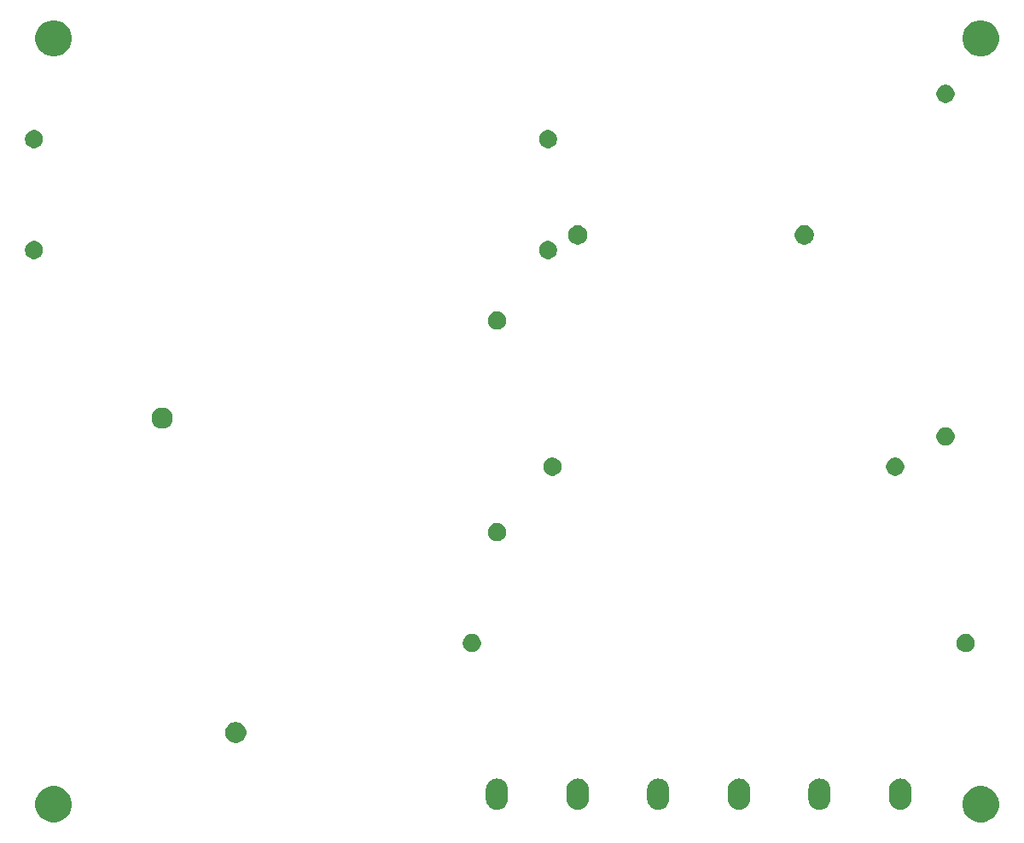
<source format=gbr>
G04 #@! TF.GenerationSoftware,KiCad,Pcbnew,(5.1.2)-2*
G04 #@! TF.CreationDate,2019-07-23T23:47:40+01:00*
G04 #@! TF.ProjectId,crossover,63726f73-736f-4766-9572-2e6b69636164,rev?*
G04 #@! TF.SameCoordinates,PX30a32c0PY7829b80*
G04 #@! TF.FileFunction,Soldermask,Bot*
G04 #@! TF.FilePolarity,Negative*
%FSLAX46Y46*%
G04 Gerber Fmt 4.6, Leading zero omitted, Abs format (unit mm)*
G04 Created by KiCad (PCBNEW (5.1.2)-2) date 2019-07-23 23:47:40*
%MOMM*%
%LPD*%
G04 APERTURE LIST*
%ADD10C,0.100000*%
G04 APERTURE END LIST*
D10*
G36*
X96525331Y5731789D02*
G01*
X96853092Y5596026D01*
X97148070Y5398928D01*
X97398928Y5148070D01*
X97596026Y4853092D01*
X97731789Y4525331D01*
X97801000Y4177384D01*
X97801000Y3822616D01*
X97731789Y3474669D01*
X97596026Y3146908D01*
X97398928Y2851930D01*
X97148070Y2601072D01*
X96853092Y2403974D01*
X96525331Y2268211D01*
X96177384Y2199000D01*
X95822616Y2199000D01*
X95474669Y2268211D01*
X95146908Y2403974D01*
X94851930Y2601072D01*
X94601072Y2851930D01*
X94403974Y3146908D01*
X94268211Y3474669D01*
X94199000Y3822616D01*
X94199000Y4177384D01*
X94268211Y4525331D01*
X94403974Y4853092D01*
X94601072Y5148070D01*
X94851930Y5398928D01*
X95146908Y5596026D01*
X95474669Y5731789D01*
X95822616Y5801000D01*
X96177384Y5801000D01*
X96525331Y5731789D01*
X96525331Y5731789D01*
G37*
G36*
X4525331Y5731789D02*
G01*
X4853092Y5596026D01*
X5148070Y5398928D01*
X5398928Y5148070D01*
X5596026Y4853092D01*
X5731789Y4525331D01*
X5801000Y4177384D01*
X5801000Y3822616D01*
X5731789Y3474669D01*
X5596026Y3146908D01*
X5398928Y2851930D01*
X5148070Y2601072D01*
X4853092Y2403974D01*
X4525331Y2268211D01*
X4177384Y2199000D01*
X3822616Y2199000D01*
X3474669Y2268211D01*
X3146908Y2403974D01*
X2851930Y2601072D01*
X2601072Y2851930D01*
X2403974Y3146908D01*
X2268211Y3474669D01*
X2199000Y3822616D01*
X2199000Y4177384D01*
X2268211Y4525331D01*
X2403974Y4853092D01*
X2601072Y5148070D01*
X2851930Y5398928D01*
X3146908Y5596026D01*
X3474669Y5731789D01*
X3822616Y5801000D01*
X4177384Y5801000D01*
X4525331Y5731789D01*
X4525331Y5731789D01*
G37*
G36*
X72215831Y6535070D02*
G01*
X72423375Y6472112D01*
X72595011Y6380370D01*
X72614642Y6369877D01*
X72658313Y6334037D01*
X72782292Y6232292D01*
X72919878Y6064641D01*
X73022112Y5873376D01*
X73085070Y5665832D01*
X73101000Y5504089D01*
X73101000Y4495912D01*
X73085070Y4334168D01*
X73022112Y4126624D01*
X72919878Y3935359D01*
X72782292Y3767708D01*
X72614641Y3630122D01*
X72423376Y3527888D01*
X72215832Y3464930D01*
X72000000Y3443673D01*
X71784169Y3464930D01*
X71576625Y3527888D01*
X71385360Y3630122D01*
X71217709Y3767708D01*
X71080124Y3935357D01*
X70977887Y4126626D01*
X70914930Y4334168D01*
X70899000Y4495911D01*
X70899000Y5504088D01*
X70914930Y5665831D01*
X70977888Y5873375D01*
X71080122Y6064640D01*
X71080123Y6064642D01*
X71115963Y6108313D01*
X71217708Y6232292D01*
X71385359Y6369878D01*
X71576624Y6472112D01*
X71784168Y6535070D01*
X72000000Y6556327D01*
X72215831Y6535070D01*
X72215831Y6535070D01*
G37*
G36*
X48215831Y6535070D02*
G01*
X48423375Y6472112D01*
X48595011Y6380370D01*
X48614642Y6369877D01*
X48658313Y6334037D01*
X48782292Y6232292D01*
X48919878Y6064641D01*
X49022112Y5873376D01*
X49085070Y5665832D01*
X49101000Y5504089D01*
X49101000Y4495912D01*
X49085070Y4334168D01*
X49022112Y4126624D01*
X48919878Y3935359D01*
X48782292Y3767708D01*
X48614641Y3630122D01*
X48423376Y3527888D01*
X48215832Y3464930D01*
X48000000Y3443673D01*
X47784169Y3464930D01*
X47576625Y3527888D01*
X47385360Y3630122D01*
X47217709Y3767708D01*
X47080124Y3935357D01*
X46977887Y4126626D01*
X46914930Y4334168D01*
X46899000Y4495911D01*
X46899000Y5504088D01*
X46914930Y5665831D01*
X46977888Y5873375D01*
X47080122Y6064640D01*
X47080123Y6064642D01*
X47115963Y6108313D01*
X47217708Y6232292D01*
X47385359Y6369878D01*
X47576624Y6472112D01*
X47784168Y6535070D01*
X48000000Y6556327D01*
X48215831Y6535070D01*
X48215831Y6535070D01*
G37*
G36*
X56215831Y6535070D02*
G01*
X56423375Y6472112D01*
X56595011Y6380370D01*
X56614642Y6369877D01*
X56658313Y6334037D01*
X56782292Y6232292D01*
X56919878Y6064641D01*
X57022112Y5873376D01*
X57085070Y5665832D01*
X57101000Y5504089D01*
X57101000Y4495912D01*
X57085070Y4334168D01*
X57022112Y4126624D01*
X56919878Y3935359D01*
X56782292Y3767708D01*
X56614641Y3630122D01*
X56423376Y3527888D01*
X56215832Y3464930D01*
X56000000Y3443673D01*
X55784169Y3464930D01*
X55576625Y3527888D01*
X55385360Y3630122D01*
X55217709Y3767708D01*
X55080124Y3935357D01*
X54977887Y4126626D01*
X54914930Y4334168D01*
X54899000Y4495911D01*
X54899000Y5504088D01*
X54914930Y5665831D01*
X54977888Y5873375D01*
X55080122Y6064640D01*
X55080123Y6064642D01*
X55115963Y6108313D01*
X55217708Y6232292D01*
X55385359Y6369878D01*
X55576624Y6472112D01*
X55784168Y6535070D01*
X56000000Y6556327D01*
X56215831Y6535070D01*
X56215831Y6535070D01*
G37*
G36*
X88215831Y6535070D02*
G01*
X88423375Y6472112D01*
X88595011Y6380370D01*
X88614642Y6369877D01*
X88658313Y6334037D01*
X88782292Y6232292D01*
X88919878Y6064641D01*
X89022112Y5873376D01*
X89085070Y5665832D01*
X89101000Y5504089D01*
X89101000Y4495912D01*
X89085070Y4334168D01*
X89022112Y4126624D01*
X88919878Y3935359D01*
X88782292Y3767708D01*
X88614641Y3630122D01*
X88423376Y3527888D01*
X88215832Y3464930D01*
X88000000Y3443673D01*
X87784169Y3464930D01*
X87576625Y3527888D01*
X87385360Y3630122D01*
X87217709Y3767708D01*
X87080124Y3935357D01*
X86977887Y4126626D01*
X86914930Y4334168D01*
X86899000Y4495911D01*
X86899000Y5504088D01*
X86914930Y5665831D01*
X86977888Y5873375D01*
X87080122Y6064640D01*
X87080123Y6064642D01*
X87115963Y6108313D01*
X87217708Y6232292D01*
X87385359Y6369878D01*
X87576624Y6472112D01*
X87784168Y6535070D01*
X88000000Y6556327D01*
X88215831Y6535070D01*
X88215831Y6535070D01*
G37*
G36*
X80215831Y6535070D02*
G01*
X80423375Y6472112D01*
X80595011Y6380370D01*
X80614642Y6369877D01*
X80658313Y6334037D01*
X80782292Y6232292D01*
X80919878Y6064641D01*
X81022112Y5873376D01*
X81085070Y5665832D01*
X81101000Y5504089D01*
X81101000Y4495912D01*
X81085070Y4334168D01*
X81022112Y4126624D01*
X80919878Y3935359D01*
X80782292Y3767708D01*
X80614641Y3630122D01*
X80423376Y3527888D01*
X80215832Y3464930D01*
X80000000Y3443673D01*
X79784169Y3464930D01*
X79576625Y3527888D01*
X79385360Y3630122D01*
X79217709Y3767708D01*
X79080124Y3935357D01*
X78977887Y4126626D01*
X78914930Y4334168D01*
X78899000Y4495911D01*
X78899000Y5504088D01*
X78914930Y5665831D01*
X78977888Y5873375D01*
X79080122Y6064640D01*
X79080123Y6064642D01*
X79115963Y6108313D01*
X79217708Y6232292D01*
X79385359Y6369878D01*
X79576624Y6472112D01*
X79784168Y6535070D01*
X80000000Y6556327D01*
X80215831Y6535070D01*
X80215831Y6535070D01*
G37*
G36*
X64215831Y6535070D02*
G01*
X64423375Y6472112D01*
X64595011Y6380370D01*
X64614642Y6369877D01*
X64658313Y6334037D01*
X64782292Y6232292D01*
X64919878Y6064641D01*
X65022112Y5873376D01*
X65085070Y5665832D01*
X65101000Y5504089D01*
X65101000Y4495912D01*
X65085070Y4334168D01*
X65022112Y4126624D01*
X64919878Y3935359D01*
X64782292Y3767708D01*
X64614641Y3630122D01*
X64423376Y3527888D01*
X64215832Y3464930D01*
X64000000Y3443673D01*
X63784169Y3464930D01*
X63576625Y3527888D01*
X63385360Y3630122D01*
X63217709Y3767708D01*
X63080124Y3935357D01*
X62977887Y4126626D01*
X62914930Y4334168D01*
X62899000Y4495911D01*
X62899000Y5504088D01*
X62914930Y5665831D01*
X62977888Y5873375D01*
X63080122Y6064640D01*
X63080123Y6064642D01*
X63115963Y6108313D01*
X63217708Y6232292D01*
X63385359Y6369878D01*
X63576624Y6472112D01*
X63784168Y6535070D01*
X64000000Y6556327D01*
X64215831Y6535070D01*
X64215831Y6535070D01*
G37*
G36*
X22381565Y12135610D02*
G01*
X22572834Y12056384D01*
X22572836Y12056383D01*
X22744974Y11941364D01*
X22891366Y11794972D01*
X23006386Y11622832D01*
X23085612Y11431563D01*
X23126001Y11228515D01*
X23126001Y11021483D01*
X23085612Y10818435D01*
X23006386Y10627166D01*
X23006385Y10627164D01*
X22891366Y10455026D01*
X22744974Y10308634D01*
X22572836Y10193615D01*
X22572835Y10193614D01*
X22572834Y10193614D01*
X22381565Y10114388D01*
X22178517Y10073999D01*
X21971485Y10073999D01*
X21768437Y10114388D01*
X21577168Y10193614D01*
X21577167Y10193614D01*
X21577166Y10193615D01*
X21405028Y10308634D01*
X21258636Y10455026D01*
X21143617Y10627164D01*
X21143616Y10627166D01*
X21064390Y10818435D01*
X21024001Y11021483D01*
X21024001Y11228515D01*
X21064390Y11431563D01*
X21143616Y11622832D01*
X21258636Y11794972D01*
X21405028Y11941364D01*
X21577166Y12056383D01*
X21577168Y12056384D01*
X21768437Y12135610D01*
X21971485Y12175999D01*
X22178517Y12175999D01*
X22381565Y12135610D01*
X22381565Y12135610D01*
G37*
G36*
X45613512Y20896073D02*
G01*
X45762812Y20866376D01*
X45926784Y20798456D01*
X46074354Y20699853D01*
X46199853Y20574354D01*
X46298456Y20426784D01*
X46366376Y20262812D01*
X46401000Y20088741D01*
X46401000Y19911259D01*
X46366376Y19737188D01*
X46298456Y19573216D01*
X46199853Y19425646D01*
X46074354Y19300147D01*
X45926784Y19201544D01*
X45762812Y19133624D01*
X45613512Y19103927D01*
X45588742Y19099000D01*
X45411258Y19099000D01*
X45386488Y19103927D01*
X45237188Y19133624D01*
X45073216Y19201544D01*
X44925646Y19300147D01*
X44800147Y19425646D01*
X44701544Y19573216D01*
X44633624Y19737188D01*
X44599000Y19911259D01*
X44599000Y20088741D01*
X44633624Y20262812D01*
X44701544Y20426784D01*
X44800147Y20574354D01*
X44925646Y20699853D01*
X45073216Y20798456D01*
X45237188Y20866376D01*
X45386488Y20896073D01*
X45411258Y20901000D01*
X45588742Y20901000D01*
X45613512Y20896073D01*
X45613512Y20896073D01*
G37*
G36*
X94613512Y20896073D02*
G01*
X94762812Y20866376D01*
X94926784Y20798456D01*
X95074354Y20699853D01*
X95199853Y20574354D01*
X95298456Y20426784D01*
X95366376Y20262812D01*
X95401000Y20088741D01*
X95401000Y19911259D01*
X95366376Y19737188D01*
X95298456Y19573216D01*
X95199853Y19425646D01*
X95074354Y19300147D01*
X94926784Y19201544D01*
X94762812Y19133624D01*
X94613512Y19103927D01*
X94588742Y19099000D01*
X94411258Y19099000D01*
X94386488Y19103927D01*
X94237188Y19133624D01*
X94073216Y19201544D01*
X93925646Y19300147D01*
X93800147Y19425646D01*
X93701544Y19573216D01*
X93633624Y19737188D01*
X93599000Y19911259D01*
X93599000Y20088741D01*
X93633624Y20262812D01*
X93701544Y20426784D01*
X93800147Y20574354D01*
X93925646Y20699853D01*
X94073216Y20798456D01*
X94237188Y20866376D01*
X94386488Y20896073D01*
X94411258Y20901000D01*
X94588742Y20901000D01*
X94613512Y20896073D01*
X94613512Y20896073D01*
G37*
G36*
X48113512Y31896073D02*
G01*
X48262812Y31866376D01*
X48426784Y31798456D01*
X48574354Y31699853D01*
X48699853Y31574354D01*
X48798456Y31426784D01*
X48866376Y31262812D01*
X48901000Y31088741D01*
X48901000Y30911259D01*
X48866376Y30737188D01*
X48798456Y30573216D01*
X48699853Y30425646D01*
X48574354Y30300147D01*
X48426784Y30201544D01*
X48262812Y30133624D01*
X48113512Y30103927D01*
X48088742Y30099000D01*
X47911258Y30099000D01*
X47886488Y30103927D01*
X47737188Y30133624D01*
X47573216Y30201544D01*
X47425646Y30300147D01*
X47300147Y30425646D01*
X47201544Y30573216D01*
X47133624Y30737188D01*
X47099000Y30911259D01*
X47099000Y31088741D01*
X47133624Y31262812D01*
X47201544Y31426784D01*
X47300147Y31574354D01*
X47425646Y31699853D01*
X47573216Y31798456D01*
X47737188Y31866376D01*
X47886488Y31896073D01*
X47911258Y31901000D01*
X48088742Y31901000D01*
X48113512Y31896073D01*
X48113512Y31896073D01*
G37*
G36*
X87613512Y38396073D02*
G01*
X87762812Y38366376D01*
X87926784Y38298456D01*
X88074354Y38199853D01*
X88199853Y38074354D01*
X88298456Y37926784D01*
X88366376Y37762812D01*
X88401000Y37588741D01*
X88401000Y37411259D01*
X88366376Y37237188D01*
X88298456Y37073216D01*
X88199853Y36925646D01*
X88074354Y36800147D01*
X87926784Y36701544D01*
X87762812Y36633624D01*
X87613512Y36603927D01*
X87588742Y36599000D01*
X87411258Y36599000D01*
X87386488Y36603927D01*
X87237188Y36633624D01*
X87073216Y36701544D01*
X86925646Y36800147D01*
X86800147Y36925646D01*
X86701544Y37073216D01*
X86633624Y37237188D01*
X86599000Y37411259D01*
X86599000Y37588741D01*
X86633624Y37762812D01*
X86701544Y37926784D01*
X86800147Y38074354D01*
X86925646Y38199853D01*
X87073216Y38298456D01*
X87237188Y38366376D01*
X87386488Y38396073D01*
X87411258Y38401000D01*
X87588742Y38401000D01*
X87613512Y38396073D01*
X87613512Y38396073D01*
G37*
G36*
X53613512Y38396073D02*
G01*
X53762812Y38366376D01*
X53926784Y38298456D01*
X54074354Y38199853D01*
X54199853Y38074354D01*
X54298456Y37926784D01*
X54366376Y37762812D01*
X54401000Y37588741D01*
X54401000Y37411259D01*
X54366376Y37237188D01*
X54298456Y37073216D01*
X54199853Y36925646D01*
X54074354Y36800147D01*
X53926784Y36701544D01*
X53762812Y36633624D01*
X53613512Y36603927D01*
X53588742Y36599000D01*
X53411258Y36599000D01*
X53386488Y36603927D01*
X53237188Y36633624D01*
X53073216Y36701544D01*
X52925646Y36800147D01*
X52800147Y36925646D01*
X52701544Y37073216D01*
X52633624Y37237188D01*
X52599000Y37411259D01*
X52599000Y37588741D01*
X52633624Y37762812D01*
X52701544Y37926784D01*
X52800147Y38074354D01*
X52925646Y38199853D01*
X53073216Y38298456D01*
X53237188Y38366376D01*
X53386488Y38396073D01*
X53411258Y38401000D01*
X53588742Y38401000D01*
X53613512Y38396073D01*
X53613512Y38396073D01*
G37*
G36*
X92613512Y41396073D02*
G01*
X92762812Y41366376D01*
X92926784Y41298456D01*
X93074354Y41199853D01*
X93199853Y41074354D01*
X93298456Y40926784D01*
X93366376Y40762812D01*
X93401000Y40588741D01*
X93401000Y40411259D01*
X93366376Y40237188D01*
X93298456Y40073216D01*
X93199853Y39925646D01*
X93074354Y39800147D01*
X92926784Y39701544D01*
X92762812Y39633624D01*
X92613512Y39603927D01*
X92588742Y39599000D01*
X92411258Y39599000D01*
X92386488Y39603927D01*
X92237188Y39633624D01*
X92073216Y39701544D01*
X91925646Y39800147D01*
X91800147Y39925646D01*
X91701544Y40073216D01*
X91633624Y40237188D01*
X91599000Y40411259D01*
X91599000Y40588741D01*
X91633624Y40762812D01*
X91701544Y40926784D01*
X91800147Y41074354D01*
X91925646Y41199853D01*
X92073216Y41298456D01*
X92237188Y41366376D01*
X92386488Y41396073D01*
X92411258Y41401000D01*
X92588742Y41401000D01*
X92613512Y41396073D01*
X92613512Y41396073D01*
G37*
G36*
X15081565Y43335610D02*
G01*
X15272834Y43256384D01*
X15272836Y43256383D01*
X15444974Y43141364D01*
X15591366Y42994972D01*
X15706386Y42822832D01*
X15785612Y42631563D01*
X15826001Y42428515D01*
X15826001Y42221483D01*
X15785612Y42018435D01*
X15706386Y41827166D01*
X15706385Y41827164D01*
X15591366Y41655026D01*
X15444974Y41508634D01*
X15272836Y41393615D01*
X15272835Y41393614D01*
X15272834Y41393614D01*
X15081565Y41314388D01*
X14878517Y41273999D01*
X14671485Y41273999D01*
X14468437Y41314388D01*
X14277168Y41393614D01*
X14277167Y41393614D01*
X14277166Y41393615D01*
X14105028Y41508634D01*
X13958636Y41655026D01*
X13843617Y41827164D01*
X13843616Y41827166D01*
X13764390Y42018435D01*
X13724001Y42221483D01*
X13724001Y42428515D01*
X13764390Y42631563D01*
X13843616Y42822832D01*
X13958636Y42994972D01*
X14105028Y43141364D01*
X14277166Y43256383D01*
X14277168Y43256384D01*
X14468437Y43335610D01*
X14671485Y43375999D01*
X14878517Y43375999D01*
X15081565Y43335610D01*
X15081565Y43335610D01*
G37*
G36*
X48113512Y52896073D02*
G01*
X48262812Y52866376D01*
X48426784Y52798456D01*
X48574354Y52699853D01*
X48699853Y52574354D01*
X48798456Y52426784D01*
X48866376Y52262812D01*
X48901000Y52088741D01*
X48901000Y51911259D01*
X48866376Y51737188D01*
X48798456Y51573216D01*
X48699853Y51425646D01*
X48574354Y51300147D01*
X48426784Y51201544D01*
X48262812Y51133624D01*
X48113512Y51103927D01*
X48088742Y51099000D01*
X47911258Y51099000D01*
X47886488Y51103927D01*
X47737188Y51133624D01*
X47573216Y51201544D01*
X47425646Y51300147D01*
X47300147Y51425646D01*
X47201544Y51573216D01*
X47133624Y51737188D01*
X47099000Y51911259D01*
X47099000Y52088741D01*
X47133624Y52262812D01*
X47201544Y52426784D01*
X47300147Y52574354D01*
X47425646Y52699853D01*
X47573216Y52798456D01*
X47737188Y52866376D01*
X47886488Y52896073D01*
X47911258Y52901000D01*
X48088742Y52901000D01*
X48113512Y52896073D01*
X48113512Y52896073D01*
G37*
G36*
X53173513Y59896073D02*
G01*
X53322813Y59866376D01*
X53486785Y59798456D01*
X53634355Y59699853D01*
X53759854Y59574354D01*
X53858457Y59426784D01*
X53926377Y59262812D01*
X53961001Y59088741D01*
X53961001Y58911259D01*
X53926377Y58737188D01*
X53858457Y58573216D01*
X53759854Y58425646D01*
X53634355Y58300147D01*
X53486785Y58201544D01*
X53322813Y58133624D01*
X53173513Y58103927D01*
X53148743Y58099000D01*
X52971259Y58099000D01*
X52946489Y58103927D01*
X52797189Y58133624D01*
X52633217Y58201544D01*
X52485647Y58300147D01*
X52360148Y58425646D01*
X52261545Y58573216D01*
X52193625Y58737188D01*
X52159001Y58911259D01*
X52159001Y59088741D01*
X52193625Y59262812D01*
X52261545Y59426784D01*
X52360148Y59574354D01*
X52485647Y59699853D01*
X52633217Y59798456D01*
X52797189Y59866376D01*
X52946489Y59896073D01*
X52971259Y59901000D01*
X53148743Y59901000D01*
X53173513Y59896073D01*
X53173513Y59896073D01*
G37*
G36*
X2173513Y59896073D02*
G01*
X2322813Y59866376D01*
X2486785Y59798456D01*
X2634355Y59699853D01*
X2759854Y59574354D01*
X2858457Y59426784D01*
X2926377Y59262812D01*
X2961001Y59088741D01*
X2961001Y58911259D01*
X2926377Y58737188D01*
X2858457Y58573216D01*
X2759854Y58425646D01*
X2634355Y58300147D01*
X2486785Y58201544D01*
X2322813Y58133624D01*
X2173513Y58103927D01*
X2148743Y58099000D01*
X1971259Y58099000D01*
X1946489Y58103927D01*
X1797189Y58133624D01*
X1633217Y58201544D01*
X1485647Y58300147D01*
X1360148Y58425646D01*
X1261545Y58573216D01*
X1193625Y58737188D01*
X1159001Y58911259D01*
X1159001Y59088741D01*
X1193625Y59262812D01*
X1261545Y59426784D01*
X1360148Y59574354D01*
X1485647Y59699853D01*
X1633217Y59798456D01*
X1797189Y59866376D01*
X1946489Y59896073D01*
X1971259Y59901000D01*
X2148743Y59901000D01*
X2173513Y59896073D01*
X2173513Y59896073D01*
G37*
G36*
X56277395Y61414454D02*
G01*
X56450466Y61342766D01*
X56450467Y61342765D01*
X56606227Y61238690D01*
X56738690Y61106227D01*
X56738691Y61106225D01*
X56842766Y60950466D01*
X56914454Y60777395D01*
X56951000Y60593667D01*
X56951000Y60406333D01*
X56914454Y60222605D01*
X56842766Y60049534D01*
X56842765Y60049533D01*
X56738690Y59893773D01*
X56606227Y59761310D01*
X56527818Y59708919D01*
X56450466Y59657234D01*
X56277395Y59585546D01*
X56093667Y59549000D01*
X55906333Y59549000D01*
X55722605Y59585546D01*
X55549534Y59657234D01*
X55472182Y59708919D01*
X55393773Y59761310D01*
X55261310Y59893773D01*
X55157235Y60049533D01*
X55157234Y60049534D01*
X55085546Y60222605D01*
X55049000Y60406333D01*
X55049000Y60593667D01*
X55085546Y60777395D01*
X55157234Y60950466D01*
X55261309Y61106225D01*
X55261310Y61106227D01*
X55393773Y61238690D01*
X55549533Y61342765D01*
X55549534Y61342766D01*
X55722605Y61414454D01*
X55906333Y61451000D01*
X56093667Y61451000D01*
X56277395Y61414454D01*
X56277395Y61414454D01*
G37*
G36*
X78777395Y61414454D02*
G01*
X78950466Y61342766D01*
X78950467Y61342765D01*
X79106227Y61238690D01*
X79238690Y61106227D01*
X79238691Y61106225D01*
X79342766Y60950466D01*
X79414454Y60777395D01*
X79451000Y60593667D01*
X79451000Y60406333D01*
X79414454Y60222605D01*
X79342766Y60049534D01*
X79342765Y60049533D01*
X79238690Y59893773D01*
X79106227Y59761310D01*
X79027818Y59708919D01*
X78950466Y59657234D01*
X78777395Y59585546D01*
X78593667Y59549000D01*
X78406333Y59549000D01*
X78222605Y59585546D01*
X78049534Y59657234D01*
X77972182Y59708919D01*
X77893773Y59761310D01*
X77761310Y59893773D01*
X77657235Y60049533D01*
X77657234Y60049534D01*
X77585546Y60222605D01*
X77549000Y60406333D01*
X77549000Y60593667D01*
X77585546Y60777395D01*
X77657234Y60950466D01*
X77761309Y61106225D01*
X77761310Y61106227D01*
X77893773Y61238690D01*
X78049533Y61342765D01*
X78049534Y61342766D01*
X78222605Y61414454D01*
X78406333Y61451000D01*
X78593667Y61451000D01*
X78777395Y61414454D01*
X78777395Y61414454D01*
G37*
G36*
X53173513Y70896073D02*
G01*
X53322813Y70866376D01*
X53486785Y70798456D01*
X53634355Y70699853D01*
X53759854Y70574354D01*
X53858457Y70426784D01*
X53926377Y70262812D01*
X53961001Y70088741D01*
X53961001Y69911259D01*
X53926377Y69737188D01*
X53858457Y69573216D01*
X53759854Y69425646D01*
X53634355Y69300147D01*
X53486785Y69201544D01*
X53322813Y69133624D01*
X53173513Y69103927D01*
X53148743Y69099000D01*
X52971259Y69099000D01*
X52946489Y69103927D01*
X52797189Y69133624D01*
X52633217Y69201544D01*
X52485647Y69300147D01*
X52360148Y69425646D01*
X52261545Y69573216D01*
X52193625Y69737188D01*
X52159001Y69911259D01*
X52159001Y70088741D01*
X52193625Y70262812D01*
X52261545Y70426784D01*
X52360148Y70574354D01*
X52485647Y70699853D01*
X52633217Y70798456D01*
X52797189Y70866376D01*
X52946489Y70896073D01*
X52971259Y70901000D01*
X53148743Y70901000D01*
X53173513Y70896073D01*
X53173513Y70896073D01*
G37*
G36*
X2173513Y70896073D02*
G01*
X2322813Y70866376D01*
X2486785Y70798456D01*
X2634355Y70699853D01*
X2759854Y70574354D01*
X2858457Y70426784D01*
X2926377Y70262812D01*
X2961001Y70088741D01*
X2961001Y69911259D01*
X2926377Y69737188D01*
X2858457Y69573216D01*
X2759854Y69425646D01*
X2634355Y69300147D01*
X2486785Y69201544D01*
X2322813Y69133624D01*
X2173513Y69103927D01*
X2148743Y69099000D01*
X1971259Y69099000D01*
X1946489Y69103927D01*
X1797189Y69133624D01*
X1633217Y69201544D01*
X1485647Y69300147D01*
X1360148Y69425646D01*
X1261545Y69573216D01*
X1193625Y69737188D01*
X1159001Y69911259D01*
X1159001Y70088741D01*
X1193625Y70262812D01*
X1261545Y70426784D01*
X1360148Y70574354D01*
X1485647Y70699853D01*
X1633217Y70798456D01*
X1797189Y70866376D01*
X1946489Y70896073D01*
X1971259Y70901000D01*
X2148743Y70901000D01*
X2173513Y70896073D01*
X2173513Y70896073D01*
G37*
G36*
X92613512Y75396073D02*
G01*
X92762812Y75366376D01*
X92926784Y75298456D01*
X93074354Y75199853D01*
X93199853Y75074354D01*
X93298456Y74926784D01*
X93366376Y74762812D01*
X93401000Y74588741D01*
X93401000Y74411259D01*
X93366376Y74237188D01*
X93298456Y74073216D01*
X93199853Y73925646D01*
X93074354Y73800147D01*
X92926784Y73701544D01*
X92762812Y73633624D01*
X92613512Y73603927D01*
X92588742Y73599000D01*
X92411258Y73599000D01*
X92386488Y73603927D01*
X92237188Y73633624D01*
X92073216Y73701544D01*
X91925646Y73800147D01*
X91800147Y73925646D01*
X91701544Y74073216D01*
X91633624Y74237188D01*
X91599000Y74411259D01*
X91599000Y74588741D01*
X91633624Y74762812D01*
X91701544Y74926784D01*
X91800147Y75074354D01*
X91925646Y75199853D01*
X92073216Y75298456D01*
X92237188Y75366376D01*
X92386488Y75396073D01*
X92411258Y75401000D01*
X92588742Y75401000D01*
X92613512Y75396073D01*
X92613512Y75396073D01*
G37*
G36*
X96525331Y81731789D02*
G01*
X96853092Y81596026D01*
X97148070Y81398928D01*
X97398928Y81148070D01*
X97596026Y80853092D01*
X97731789Y80525331D01*
X97801000Y80177384D01*
X97801000Y79822616D01*
X97731789Y79474669D01*
X97596026Y79146908D01*
X97398928Y78851930D01*
X97148070Y78601072D01*
X96853092Y78403974D01*
X96525331Y78268211D01*
X96177384Y78199000D01*
X95822616Y78199000D01*
X95474669Y78268211D01*
X95146908Y78403974D01*
X94851930Y78601072D01*
X94601072Y78851930D01*
X94403974Y79146908D01*
X94268211Y79474669D01*
X94199000Y79822616D01*
X94199000Y80177384D01*
X94268211Y80525331D01*
X94403974Y80853092D01*
X94601072Y81148070D01*
X94851930Y81398928D01*
X95146908Y81596026D01*
X95474669Y81731789D01*
X95822616Y81801000D01*
X96177384Y81801000D01*
X96525331Y81731789D01*
X96525331Y81731789D01*
G37*
G36*
X4525331Y81731789D02*
G01*
X4853092Y81596026D01*
X5148070Y81398928D01*
X5398928Y81148070D01*
X5596026Y80853092D01*
X5731789Y80525331D01*
X5801000Y80177384D01*
X5801000Y79822616D01*
X5731789Y79474669D01*
X5596026Y79146908D01*
X5398928Y78851930D01*
X5148070Y78601072D01*
X4853092Y78403974D01*
X4525331Y78268211D01*
X4177384Y78199000D01*
X3822616Y78199000D01*
X3474669Y78268211D01*
X3146908Y78403974D01*
X2851930Y78601072D01*
X2601072Y78851930D01*
X2403974Y79146908D01*
X2268211Y79474669D01*
X2199000Y79822616D01*
X2199000Y80177384D01*
X2268211Y80525331D01*
X2403974Y80853092D01*
X2601072Y81148070D01*
X2851930Y81398928D01*
X3146908Y81596026D01*
X3474669Y81731789D01*
X3822616Y81801000D01*
X4177384Y81801000D01*
X4525331Y81731789D01*
X4525331Y81731789D01*
G37*
M02*

</source>
